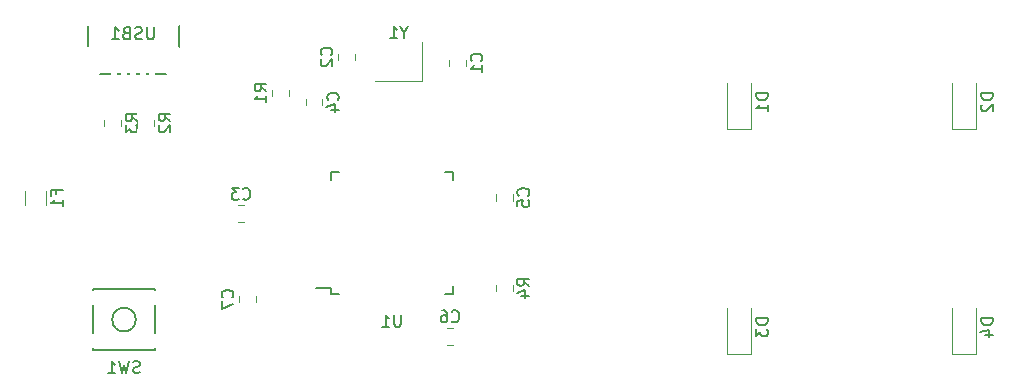
<source format=gbo>
G04 #@! TF.GenerationSoftware,KiCad,Pcbnew,(5.1.4)-1*
G04 #@! TF.CreationDate,2024-07-18T00:41:49-04:00*
G04 #@! TF.ProjectId,ai03-pcb-guide,61693033-2d70-4636-922d-67756964652e,rev?*
G04 #@! TF.SameCoordinates,Original*
G04 #@! TF.FileFunction,Legend,Bot*
G04 #@! TF.FilePolarity,Positive*
%FSLAX46Y46*%
G04 Gerber Fmt 4.6, Leading zero omitted, Abs format (unit mm)*
G04 Created by KiCad (PCBNEW (5.1.4)-1) date 2024-07-18 00:41:49*
%MOMM*%
%LPD*%
G04 APERTURE LIST*
%ADD10C,0.120000*%
%ADD11C,0.150000*%
%ADD12C,2.352000*%
%ADD13C,4.089800*%
%ADD14C,2.007000*%
%ADD15R,2.007000X2.007000*%
%ADD16C,1.852000*%
%ADD17R,1.502000X1.302000*%
%ADD18R,0.602000X2.352000*%
%ADD19O,1.802000X2.802000*%
%ADD20R,0.652000X1.602000*%
%ADD21R,1.602000X0.652000*%
%ADD22R,1.902000X1.202000*%
%ADD23C,0.100000*%
%ADD24C,1.077000*%
%ADD25C,1.352000*%
%ADD26R,1.302000X1.002000*%
G04 APERTURE END LIST*
D10*
X85904000Y-28283000D02*
X85904000Y-31583000D01*
X85904000Y-31583000D02*
X81904000Y-31583000D01*
D11*
X57587500Y-30977000D02*
X65287500Y-30977000D01*
X65287500Y-25527000D02*
X65287500Y-30977000D01*
X57587500Y-25527000D02*
X57587500Y-30977000D01*
X78168750Y-49050000D02*
X76893750Y-49050000D01*
X88518750Y-49625000D02*
X87843750Y-49625000D01*
X88518750Y-39275000D02*
X87843750Y-39275000D01*
X78168750Y-39275000D02*
X78843750Y-39275000D01*
X78168750Y-49625000D02*
X78843750Y-49625000D01*
X78168750Y-39275000D02*
X78168750Y-39950000D01*
X88518750Y-39275000D02*
X88518750Y-39950000D01*
X88518750Y-49625000D02*
X88518750Y-48950000D01*
X78168750Y-49625000D02*
X78168750Y-49050000D01*
X61654000Y-51761000D02*
G75*
G03X61654000Y-51761000I-1000000J0D01*
G01*
X63254000Y-54361000D02*
X63254000Y-49161000D01*
X58054000Y-54361000D02*
X63254000Y-54361000D01*
X58054000Y-49161000D02*
X58054000Y-54361000D01*
X63254000Y-49161000D02*
X58054000Y-49161000D01*
D10*
X92158750Y-49327328D02*
X92158750Y-48810172D01*
X93578750Y-49327328D02*
X93578750Y-48810172D01*
X58980000Y-35389078D02*
X58980000Y-34871922D01*
X60400000Y-35389078D02*
X60400000Y-34871922D01*
X61774000Y-35359078D02*
X61774000Y-34841922D01*
X63194000Y-35359078D02*
X63194000Y-34841922D01*
X73204000Y-32331922D02*
X73204000Y-32849078D01*
X74624000Y-32331922D02*
X74624000Y-32849078D01*
X52271250Y-42064564D02*
X52271250Y-40860436D01*
X54091250Y-42064564D02*
X54091250Y-40860436D01*
X132762500Y-54637500D02*
X132762500Y-50737500D01*
X130762500Y-54637500D02*
X130762500Y-50737500D01*
X132762500Y-54637500D02*
X130762500Y-54637500D01*
X113712500Y-54637500D02*
X113712500Y-50737500D01*
X111712500Y-54637500D02*
X111712500Y-50737500D01*
X113712500Y-54637500D02*
X111712500Y-54637500D01*
X132762500Y-35587500D02*
X132762500Y-31687500D01*
X130762500Y-35587500D02*
X130762500Y-31687500D01*
X132762500Y-35587500D02*
X130762500Y-35587500D01*
X113712500Y-35587500D02*
X113712500Y-31687500D01*
X111712500Y-35587500D02*
X111712500Y-31687500D01*
X113712500Y-35587500D02*
X111712500Y-35587500D01*
X71830000Y-49779422D02*
X71830000Y-50296578D01*
X70410000Y-49779422D02*
X70410000Y-50296578D01*
X88508578Y-53891250D02*
X87991422Y-53891250D01*
X88508578Y-52471250D02*
X87991422Y-52471250D01*
X92158750Y-41677328D02*
X92158750Y-41160172D01*
X93578750Y-41677328D02*
X93578750Y-41160172D01*
X77449750Y-33581078D02*
X77449750Y-33063922D01*
X76029750Y-33581078D02*
X76029750Y-33063922D01*
X70822078Y-43509000D02*
X70304922Y-43509000D01*
X70822078Y-42089000D02*
X70304922Y-42089000D01*
X78792000Y-29253922D02*
X78792000Y-29771078D01*
X80212000Y-29253922D02*
X80212000Y-29771078D01*
X89610000Y-30279078D02*
X89610000Y-29761922D01*
X88190000Y-30279078D02*
X88190000Y-29761922D01*
D11*
X84380190Y-27459190D02*
X84380190Y-27935380D01*
X84713523Y-26935380D02*
X84380190Y-27459190D01*
X84046857Y-26935380D01*
X83189714Y-27935380D02*
X83761142Y-27935380D01*
X83475428Y-27935380D02*
X83475428Y-26935380D01*
X83570666Y-27078238D01*
X83665904Y-27173476D01*
X83761142Y-27221095D01*
X63175595Y-27011380D02*
X63175595Y-27820904D01*
X63127976Y-27916142D01*
X63080357Y-27963761D01*
X62985119Y-28011380D01*
X62794642Y-28011380D01*
X62699404Y-27963761D01*
X62651785Y-27916142D01*
X62604166Y-27820904D01*
X62604166Y-27011380D01*
X62175595Y-27963761D02*
X62032738Y-28011380D01*
X61794642Y-28011380D01*
X61699404Y-27963761D01*
X61651785Y-27916142D01*
X61604166Y-27820904D01*
X61604166Y-27725666D01*
X61651785Y-27630428D01*
X61699404Y-27582809D01*
X61794642Y-27535190D01*
X61985119Y-27487571D01*
X62080357Y-27439952D01*
X62127976Y-27392333D01*
X62175595Y-27297095D01*
X62175595Y-27201857D01*
X62127976Y-27106619D01*
X62080357Y-27059000D01*
X61985119Y-27011380D01*
X61747023Y-27011380D01*
X61604166Y-27059000D01*
X60842261Y-27487571D02*
X60699404Y-27535190D01*
X60651785Y-27582809D01*
X60604166Y-27678047D01*
X60604166Y-27820904D01*
X60651785Y-27916142D01*
X60699404Y-27963761D01*
X60794642Y-28011380D01*
X61175595Y-28011380D01*
X61175595Y-27011380D01*
X60842261Y-27011380D01*
X60747023Y-27059000D01*
X60699404Y-27106619D01*
X60651785Y-27201857D01*
X60651785Y-27297095D01*
X60699404Y-27392333D01*
X60747023Y-27439952D01*
X60842261Y-27487571D01*
X61175595Y-27487571D01*
X59651785Y-28011380D02*
X60223214Y-28011380D01*
X59937500Y-28011380D02*
X59937500Y-27011380D01*
X60032738Y-27154238D01*
X60127976Y-27249476D01*
X60223214Y-27297095D01*
X84105654Y-51352380D02*
X84105654Y-52161904D01*
X84058035Y-52257142D01*
X84010416Y-52304761D01*
X83915178Y-52352380D01*
X83724702Y-52352380D01*
X83629464Y-52304761D01*
X83581845Y-52257142D01*
X83534226Y-52161904D01*
X83534226Y-51352380D01*
X82534226Y-52352380D02*
X83105654Y-52352380D01*
X82819940Y-52352380D02*
X82819940Y-51352380D01*
X82915178Y-51495238D01*
X83010416Y-51590476D01*
X83105654Y-51638095D01*
X61987333Y-56229761D02*
X61844476Y-56277380D01*
X61606380Y-56277380D01*
X61511142Y-56229761D01*
X61463523Y-56182142D01*
X61415904Y-56086904D01*
X61415904Y-55991666D01*
X61463523Y-55896428D01*
X61511142Y-55848809D01*
X61606380Y-55801190D01*
X61796857Y-55753571D01*
X61892095Y-55705952D01*
X61939714Y-55658333D01*
X61987333Y-55563095D01*
X61987333Y-55467857D01*
X61939714Y-55372619D01*
X61892095Y-55325000D01*
X61796857Y-55277380D01*
X61558761Y-55277380D01*
X61415904Y-55325000D01*
X61082571Y-55277380D02*
X60844476Y-56277380D01*
X60654000Y-55563095D01*
X60463523Y-56277380D01*
X60225428Y-55277380D01*
X59320666Y-56277380D02*
X59892095Y-56277380D01*
X59606380Y-56277380D02*
X59606380Y-55277380D01*
X59701619Y-55420238D01*
X59796857Y-55515476D01*
X59892095Y-55563095D01*
X94971130Y-48902083D02*
X94494940Y-48568750D01*
X94971130Y-48330654D02*
X93971130Y-48330654D01*
X93971130Y-48711607D01*
X94018750Y-48806845D01*
X94066369Y-48854464D01*
X94161607Y-48902083D01*
X94304464Y-48902083D01*
X94399702Y-48854464D01*
X94447321Y-48806845D01*
X94494940Y-48711607D01*
X94494940Y-48330654D01*
X94304464Y-49759226D02*
X94971130Y-49759226D01*
X93923511Y-49521130D02*
X94637797Y-49283035D01*
X94637797Y-49902083D01*
X61792380Y-34963833D02*
X61316190Y-34630500D01*
X61792380Y-34392404D02*
X60792380Y-34392404D01*
X60792380Y-34773357D01*
X60840000Y-34868595D01*
X60887619Y-34916214D01*
X60982857Y-34963833D01*
X61125714Y-34963833D01*
X61220952Y-34916214D01*
X61268571Y-34868595D01*
X61316190Y-34773357D01*
X61316190Y-34392404D01*
X60792380Y-35297166D02*
X60792380Y-35916214D01*
X61173333Y-35582880D01*
X61173333Y-35725738D01*
X61220952Y-35820976D01*
X61268571Y-35868595D01*
X61363809Y-35916214D01*
X61601904Y-35916214D01*
X61697142Y-35868595D01*
X61744761Y-35820976D01*
X61792380Y-35725738D01*
X61792380Y-35440023D01*
X61744761Y-35344785D01*
X61697142Y-35297166D01*
X64586380Y-34933833D02*
X64110190Y-34600500D01*
X64586380Y-34362404D02*
X63586380Y-34362404D01*
X63586380Y-34743357D01*
X63634000Y-34838595D01*
X63681619Y-34886214D01*
X63776857Y-34933833D01*
X63919714Y-34933833D01*
X64014952Y-34886214D01*
X64062571Y-34838595D01*
X64110190Y-34743357D01*
X64110190Y-34362404D01*
X63681619Y-35314785D02*
X63634000Y-35362404D01*
X63586380Y-35457642D01*
X63586380Y-35695738D01*
X63634000Y-35790976D01*
X63681619Y-35838595D01*
X63776857Y-35886214D01*
X63872095Y-35886214D01*
X64014952Y-35838595D01*
X64586380Y-35267166D01*
X64586380Y-35886214D01*
X72716380Y-32423833D02*
X72240190Y-32090500D01*
X72716380Y-31852404D02*
X71716380Y-31852404D01*
X71716380Y-32233357D01*
X71764000Y-32328595D01*
X71811619Y-32376214D01*
X71906857Y-32423833D01*
X72049714Y-32423833D01*
X72144952Y-32376214D01*
X72192571Y-32328595D01*
X72240190Y-32233357D01*
X72240190Y-31852404D01*
X72716380Y-33376214D02*
X72716380Y-32804785D01*
X72716380Y-33090500D02*
X71716380Y-33090500D01*
X71859238Y-32995261D01*
X71954476Y-32900023D01*
X72002095Y-32804785D01*
X54929821Y-41129166D02*
X54929821Y-40795833D01*
X55453630Y-40795833D02*
X54453630Y-40795833D01*
X54453630Y-41272023D01*
X55453630Y-42176785D02*
X55453630Y-41605357D01*
X55453630Y-41891071D02*
X54453630Y-41891071D01*
X54596488Y-41795833D01*
X54691726Y-41700595D01*
X54739345Y-41605357D01*
X134214880Y-51649404D02*
X133214880Y-51649404D01*
X133214880Y-51887500D01*
X133262500Y-52030357D01*
X133357738Y-52125595D01*
X133452976Y-52173214D01*
X133643452Y-52220833D01*
X133786309Y-52220833D01*
X133976785Y-52173214D01*
X134072023Y-52125595D01*
X134167261Y-52030357D01*
X134214880Y-51887500D01*
X134214880Y-51649404D01*
X133548214Y-53077976D02*
X134214880Y-53077976D01*
X133167261Y-52839880D02*
X133881547Y-52601785D01*
X133881547Y-53220833D01*
X115164880Y-51649404D02*
X114164880Y-51649404D01*
X114164880Y-51887500D01*
X114212500Y-52030357D01*
X114307738Y-52125595D01*
X114402976Y-52173214D01*
X114593452Y-52220833D01*
X114736309Y-52220833D01*
X114926785Y-52173214D01*
X115022023Y-52125595D01*
X115117261Y-52030357D01*
X115164880Y-51887500D01*
X115164880Y-51649404D01*
X114164880Y-52554166D02*
X114164880Y-53173214D01*
X114545833Y-52839880D01*
X114545833Y-52982738D01*
X114593452Y-53077976D01*
X114641071Y-53125595D01*
X114736309Y-53173214D01*
X114974404Y-53173214D01*
X115069642Y-53125595D01*
X115117261Y-53077976D01*
X115164880Y-52982738D01*
X115164880Y-52697023D01*
X115117261Y-52601785D01*
X115069642Y-52554166D01*
X134214880Y-32599404D02*
X133214880Y-32599404D01*
X133214880Y-32837500D01*
X133262500Y-32980357D01*
X133357738Y-33075595D01*
X133452976Y-33123214D01*
X133643452Y-33170833D01*
X133786309Y-33170833D01*
X133976785Y-33123214D01*
X134072023Y-33075595D01*
X134167261Y-32980357D01*
X134214880Y-32837500D01*
X134214880Y-32599404D01*
X133310119Y-33551785D02*
X133262500Y-33599404D01*
X133214880Y-33694642D01*
X133214880Y-33932738D01*
X133262500Y-34027976D01*
X133310119Y-34075595D01*
X133405357Y-34123214D01*
X133500595Y-34123214D01*
X133643452Y-34075595D01*
X134214880Y-33504166D01*
X134214880Y-34123214D01*
X115164880Y-32599404D02*
X114164880Y-32599404D01*
X114164880Y-32837500D01*
X114212500Y-32980357D01*
X114307738Y-33075595D01*
X114402976Y-33123214D01*
X114593452Y-33170833D01*
X114736309Y-33170833D01*
X114926785Y-33123214D01*
X115022023Y-33075595D01*
X115117261Y-32980357D01*
X115164880Y-32837500D01*
X115164880Y-32599404D01*
X115164880Y-34123214D02*
X115164880Y-33551785D01*
X115164880Y-33837500D02*
X114164880Y-33837500D01*
X114307738Y-33742261D01*
X114402976Y-33647023D01*
X114450595Y-33551785D01*
X69827142Y-49871333D02*
X69874761Y-49823714D01*
X69922380Y-49680857D01*
X69922380Y-49585619D01*
X69874761Y-49442761D01*
X69779523Y-49347523D01*
X69684285Y-49299904D01*
X69493809Y-49252285D01*
X69350952Y-49252285D01*
X69160476Y-49299904D01*
X69065238Y-49347523D01*
X68970000Y-49442761D01*
X68922380Y-49585619D01*
X68922380Y-49680857D01*
X68970000Y-49823714D01*
X69017619Y-49871333D01*
X68922380Y-50204666D02*
X68922380Y-50871333D01*
X69922380Y-50442761D01*
X88416666Y-51888392D02*
X88464285Y-51936011D01*
X88607142Y-51983630D01*
X88702380Y-51983630D01*
X88845238Y-51936011D01*
X88940476Y-51840773D01*
X88988095Y-51745535D01*
X89035714Y-51555059D01*
X89035714Y-51412202D01*
X88988095Y-51221726D01*
X88940476Y-51126488D01*
X88845238Y-51031250D01*
X88702380Y-50983630D01*
X88607142Y-50983630D01*
X88464285Y-51031250D01*
X88416666Y-51078869D01*
X87559523Y-50983630D02*
X87750000Y-50983630D01*
X87845238Y-51031250D01*
X87892857Y-51078869D01*
X87988095Y-51221726D01*
X88035714Y-51412202D01*
X88035714Y-51793154D01*
X87988095Y-51888392D01*
X87940476Y-51936011D01*
X87845238Y-51983630D01*
X87654761Y-51983630D01*
X87559523Y-51936011D01*
X87511904Y-51888392D01*
X87464285Y-51793154D01*
X87464285Y-51555059D01*
X87511904Y-51459821D01*
X87559523Y-51412202D01*
X87654761Y-51364583D01*
X87845238Y-51364583D01*
X87940476Y-51412202D01*
X87988095Y-51459821D01*
X88035714Y-51555059D01*
X94875892Y-41252083D02*
X94923511Y-41204464D01*
X94971130Y-41061607D01*
X94971130Y-40966369D01*
X94923511Y-40823511D01*
X94828273Y-40728273D01*
X94733035Y-40680654D01*
X94542559Y-40633035D01*
X94399702Y-40633035D01*
X94209226Y-40680654D01*
X94113988Y-40728273D01*
X94018750Y-40823511D01*
X93971130Y-40966369D01*
X93971130Y-41061607D01*
X94018750Y-41204464D01*
X94066369Y-41252083D01*
X93971130Y-42156845D02*
X93971130Y-41680654D01*
X94447321Y-41633035D01*
X94399702Y-41680654D01*
X94352083Y-41775892D01*
X94352083Y-42013988D01*
X94399702Y-42109226D01*
X94447321Y-42156845D01*
X94542559Y-42204464D01*
X94780654Y-42204464D01*
X94875892Y-42156845D01*
X94923511Y-42109226D01*
X94971130Y-42013988D01*
X94971130Y-41775892D01*
X94923511Y-41680654D01*
X94875892Y-41633035D01*
X78746892Y-33155833D02*
X78794511Y-33108214D01*
X78842130Y-32965357D01*
X78842130Y-32870119D01*
X78794511Y-32727261D01*
X78699273Y-32632023D01*
X78604035Y-32584404D01*
X78413559Y-32536785D01*
X78270702Y-32536785D01*
X78080226Y-32584404D01*
X77984988Y-32632023D01*
X77889750Y-32727261D01*
X77842130Y-32870119D01*
X77842130Y-32965357D01*
X77889750Y-33108214D01*
X77937369Y-33155833D01*
X78175464Y-34012976D02*
X78842130Y-34012976D01*
X77794511Y-33774880D02*
X78508797Y-33536785D01*
X78508797Y-34155833D01*
X70730166Y-41506142D02*
X70777785Y-41553761D01*
X70920642Y-41601380D01*
X71015880Y-41601380D01*
X71158738Y-41553761D01*
X71253976Y-41458523D01*
X71301595Y-41363285D01*
X71349214Y-41172809D01*
X71349214Y-41029952D01*
X71301595Y-40839476D01*
X71253976Y-40744238D01*
X71158738Y-40649000D01*
X71015880Y-40601380D01*
X70920642Y-40601380D01*
X70777785Y-40649000D01*
X70730166Y-40696619D01*
X70396833Y-40601380D02*
X69777785Y-40601380D01*
X70111119Y-40982333D01*
X69968261Y-40982333D01*
X69873023Y-41029952D01*
X69825404Y-41077571D01*
X69777785Y-41172809D01*
X69777785Y-41410904D01*
X69825404Y-41506142D01*
X69873023Y-41553761D01*
X69968261Y-41601380D01*
X70253976Y-41601380D01*
X70349214Y-41553761D01*
X70396833Y-41506142D01*
X78209142Y-29345833D02*
X78256761Y-29298214D01*
X78304380Y-29155357D01*
X78304380Y-29060119D01*
X78256761Y-28917261D01*
X78161523Y-28822023D01*
X78066285Y-28774404D01*
X77875809Y-28726785D01*
X77732952Y-28726785D01*
X77542476Y-28774404D01*
X77447238Y-28822023D01*
X77352000Y-28917261D01*
X77304380Y-29060119D01*
X77304380Y-29155357D01*
X77352000Y-29298214D01*
X77399619Y-29345833D01*
X77399619Y-29726785D02*
X77352000Y-29774404D01*
X77304380Y-29869642D01*
X77304380Y-30107738D01*
X77352000Y-30202976D01*
X77399619Y-30250595D01*
X77494857Y-30298214D01*
X77590095Y-30298214D01*
X77732952Y-30250595D01*
X78304380Y-29679166D01*
X78304380Y-30298214D01*
X90907142Y-29853833D02*
X90954761Y-29806214D01*
X91002380Y-29663357D01*
X91002380Y-29568119D01*
X90954761Y-29425261D01*
X90859523Y-29330023D01*
X90764285Y-29282404D01*
X90573809Y-29234785D01*
X90430952Y-29234785D01*
X90240476Y-29282404D01*
X90145238Y-29330023D01*
X90050000Y-29425261D01*
X90002380Y-29568119D01*
X90002380Y-29663357D01*
X90050000Y-29806214D01*
X90097619Y-29853833D01*
X91002380Y-30806214D02*
X91002380Y-30234785D01*
X91002380Y-30520500D02*
X90002380Y-30520500D01*
X90145238Y-30425261D01*
X90240476Y-30330023D01*
X90288095Y-30234785D01*
%LPC*%
D12*
X126365000Y-28257500D03*
D13*
X123825000Y-33337500D03*
D12*
X120015000Y-30797500D03*
D14*
X122555000Y-38417500D03*
D15*
X125095000Y-38417500D03*
D16*
X118745000Y-33337500D03*
X128905000Y-33337500D03*
D17*
X85004000Y-30783000D03*
X82804000Y-30783000D03*
X82804000Y-29083000D03*
X85004000Y-29083000D03*
D18*
X63037500Y-30027000D03*
X62237500Y-30027000D03*
X61437500Y-30027000D03*
X60637500Y-30027000D03*
X59837500Y-30027000D03*
D19*
X57787500Y-30027000D03*
X65087500Y-30027000D03*
X65087500Y-25527000D03*
X57787500Y-25527000D03*
D20*
X79343750Y-50150000D03*
X80143750Y-50150000D03*
X80943750Y-50150000D03*
X81743750Y-50150000D03*
X82543750Y-50150000D03*
X83343750Y-50150000D03*
X84143750Y-50150000D03*
X84943750Y-50150000D03*
X85743750Y-50150000D03*
X86543750Y-50150000D03*
X87343750Y-50150000D03*
D21*
X89043750Y-48450000D03*
X89043750Y-47650000D03*
X89043750Y-46850000D03*
X89043750Y-46050000D03*
X89043750Y-45250000D03*
X89043750Y-44450000D03*
X89043750Y-43650000D03*
X89043750Y-42850000D03*
X89043750Y-42050000D03*
X89043750Y-41250000D03*
X89043750Y-40450000D03*
D20*
X87343750Y-38750000D03*
X86543750Y-38750000D03*
X85743750Y-38750000D03*
X84943750Y-38750000D03*
X84143750Y-38750000D03*
X83343750Y-38750000D03*
X82543750Y-38750000D03*
X81743750Y-38750000D03*
X80943750Y-38750000D03*
X80143750Y-38750000D03*
X79343750Y-38750000D03*
D21*
X77643750Y-40450000D03*
X77643750Y-41250000D03*
X77643750Y-42050000D03*
X77643750Y-42850000D03*
X77643750Y-43650000D03*
X77643750Y-44450000D03*
X77643750Y-45250000D03*
X77643750Y-46050000D03*
X77643750Y-46850000D03*
X77643750Y-47650000D03*
X77643750Y-48450000D03*
D22*
X57554000Y-53611000D03*
X63754000Y-49911000D03*
X57554000Y-49911000D03*
X63754000Y-53611000D03*
D23*
G36*
X93376891Y-47594047D02*
G01*
X93403028Y-47597924D01*
X93428659Y-47604344D01*
X93453538Y-47613245D01*
X93477424Y-47624543D01*
X93500087Y-47638127D01*
X93521310Y-47653867D01*
X93540889Y-47671611D01*
X93558633Y-47691190D01*
X93574373Y-47712413D01*
X93587957Y-47735076D01*
X93599255Y-47758962D01*
X93608156Y-47783841D01*
X93614576Y-47809472D01*
X93618453Y-47835609D01*
X93619750Y-47862000D01*
X93619750Y-48400500D01*
X93618453Y-48426891D01*
X93614576Y-48453028D01*
X93608156Y-48478659D01*
X93599255Y-48503538D01*
X93587957Y-48527424D01*
X93574373Y-48550087D01*
X93558633Y-48571310D01*
X93540889Y-48590889D01*
X93521310Y-48608633D01*
X93500087Y-48624373D01*
X93477424Y-48637957D01*
X93453538Y-48649255D01*
X93428659Y-48658156D01*
X93403028Y-48664576D01*
X93376891Y-48668453D01*
X93350500Y-48669750D01*
X92387000Y-48669750D01*
X92360609Y-48668453D01*
X92334472Y-48664576D01*
X92308841Y-48658156D01*
X92283962Y-48649255D01*
X92260076Y-48637957D01*
X92237413Y-48624373D01*
X92216190Y-48608633D01*
X92196611Y-48590889D01*
X92178867Y-48571310D01*
X92163127Y-48550087D01*
X92149543Y-48527424D01*
X92138245Y-48503538D01*
X92129344Y-48478659D01*
X92122924Y-48453028D01*
X92119047Y-48426891D01*
X92117750Y-48400500D01*
X92117750Y-47862000D01*
X92119047Y-47835609D01*
X92122924Y-47809472D01*
X92129344Y-47783841D01*
X92138245Y-47758962D01*
X92149543Y-47735076D01*
X92163127Y-47712413D01*
X92178867Y-47691190D01*
X92196611Y-47671611D01*
X92216190Y-47653867D01*
X92237413Y-47638127D01*
X92260076Y-47624543D01*
X92283962Y-47613245D01*
X92308841Y-47604344D01*
X92334472Y-47597924D01*
X92360609Y-47594047D01*
X92387000Y-47592750D01*
X93350500Y-47592750D01*
X93376891Y-47594047D01*
X93376891Y-47594047D01*
G37*
D24*
X92868750Y-48131250D03*
D23*
G36*
X93376891Y-49469047D02*
G01*
X93403028Y-49472924D01*
X93428659Y-49479344D01*
X93453538Y-49488245D01*
X93477424Y-49499543D01*
X93500087Y-49513127D01*
X93521310Y-49528867D01*
X93540889Y-49546611D01*
X93558633Y-49566190D01*
X93574373Y-49587413D01*
X93587957Y-49610076D01*
X93599255Y-49633962D01*
X93608156Y-49658841D01*
X93614576Y-49684472D01*
X93618453Y-49710609D01*
X93619750Y-49737000D01*
X93619750Y-50275500D01*
X93618453Y-50301891D01*
X93614576Y-50328028D01*
X93608156Y-50353659D01*
X93599255Y-50378538D01*
X93587957Y-50402424D01*
X93574373Y-50425087D01*
X93558633Y-50446310D01*
X93540889Y-50465889D01*
X93521310Y-50483633D01*
X93500087Y-50499373D01*
X93477424Y-50512957D01*
X93453538Y-50524255D01*
X93428659Y-50533156D01*
X93403028Y-50539576D01*
X93376891Y-50543453D01*
X93350500Y-50544750D01*
X92387000Y-50544750D01*
X92360609Y-50543453D01*
X92334472Y-50539576D01*
X92308841Y-50533156D01*
X92283962Y-50524255D01*
X92260076Y-50512957D01*
X92237413Y-50499373D01*
X92216190Y-50483633D01*
X92196611Y-50465889D01*
X92178867Y-50446310D01*
X92163127Y-50425087D01*
X92149543Y-50402424D01*
X92138245Y-50378538D01*
X92129344Y-50353659D01*
X92122924Y-50328028D01*
X92119047Y-50301891D01*
X92117750Y-50275500D01*
X92117750Y-49737000D01*
X92119047Y-49710609D01*
X92122924Y-49684472D01*
X92129344Y-49658841D01*
X92138245Y-49633962D01*
X92149543Y-49610076D01*
X92163127Y-49587413D01*
X92178867Y-49566190D01*
X92196611Y-49546611D01*
X92216190Y-49528867D01*
X92237413Y-49513127D01*
X92260076Y-49499543D01*
X92283962Y-49488245D01*
X92308841Y-49479344D01*
X92334472Y-49472924D01*
X92360609Y-49469047D01*
X92387000Y-49467750D01*
X93350500Y-49467750D01*
X93376891Y-49469047D01*
X93376891Y-49469047D01*
G37*
D24*
X92868750Y-50006250D03*
D23*
G36*
X60198141Y-33655797D02*
G01*
X60224278Y-33659674D01*
X60249909Y-33666094D01*
X60274788Y-33674995D01*
X60298674Y-33686293D01*
X60321337Y-33699877D01*
X60342560Y-33715617D01*
X60362139Y-33733361D01*
X60379883Y-33752940D01*
X60395623Y-33774163D01*
X60409207Y-33796826D01*
X60420505Y-33820712D01*
X60429406Y-33845591D01*
X60435826Y-33871222D01*
X60439703Y-33897359D01*
X60441000Y-33923750D01*
X60441000Y-34462250D01*
X60439703Y-34488641D01*
X60435826Y-34514778D01*
X60429406Y-34540409D01*
X60420505Y-34565288D01*
X60409207Y-34589174D01*
X60395623Y-34611837D01*
X60379883Y-34633060D01*
X60362139Y-34652639D01*
X60342560Y-34670383D01*
X60321337Y-34686123D01*
X60298674Y-34699707D01*
X60274788Y-34711005D01*
X60249909Y-34719906D01*
X60224278Y-34726326D01*
X60198141Y-34730203D01*
X60171750Y-34731500D01*
X59208250Y-34731500D01*
X59181859Y-34730203D01*
X59155722Y-34726326D01*
X59130091Y-34719906D01*
X59105212Y-34711005D01*
X59081326Y-34699707D01*
X59058663Y-34686123D01*
X59037440Y-34670383D01*
X59017861Y-34652639D01*
X59000117Y-34633060D01*
X58984377Y-34611837D01*
X58970793Y-34589174D01*
X58959495Y-34565288D01*
X58950594Y-34540409D01*
X58944174Y-34514778D01*
X58940297Y-34488641D01*
X58939000Y-34462250D01*
X58939000Y-33923750D01*
X58940297Y-33897359D01*
X58944174Y-33871222D01*
X58950594Y-33845591D01*
X58959495Y-33820712D01*
X58970793Y-33796826D01*
X58984377Y-33774163D01*
X59000117Y-33752940D01*
X59017861Y-33733361D01*
X59037440Y-33715617D01*
X59058663Y-33699877D01*
X59081326Y-33686293D01*
X59105212Y-33674995D01*
X59130091Y-33666094D01*
X59155722Y-33659674D01*
X59181859Y-33655797D01*
X59208250Y-33654500D01*
X60171750Y-33654500D01*
X60198141Y-33655797D01*
X60198141Y-33655797D01*
G37*
D24*
X59690000Y-34193000D03*
D23*
G36*
X60198141Y-35530797D02*
G01*
X60224278Y-35534674D01*
X60249909Y-35541094D01*
X60274788Y-35549995D01*
X60298674Y-35561293D01*
X60321337Y-35574877D01*
X60342560Y-35590617D01*
X60362139Y-35608361D01*
X60379883Y-35627940D01*
X60395623Y-35649163D01*
X60409207Y-35671826D01*
X60420505Y-35695712D01*
X60429406Y-35720591D01*
X60435826Y-35746222D01*
X60439703Y-35772359D01*
X60441000Y-35798750D01*
X60441000Y-36337250D01*
X60439703Y-36363641D01*
X60435826Y-36389778D01*
X60429406Y-36415409D01*
X60420505Y-36440288D01*
X60409207Y-36464174D01*
X60395623Y-36486837D01*
X60379883Y-36508060D01*
X60362139Y-36527639D01*
X60342560Y-36545383D01*
X60321337Y-36561123D01*
X60298674Y-36574707D01*
X60274788Y-36586005D01*
X60249909Y-36594906D01*
X60224278Y-36601326D01*
X60198141Y-36605203D01*
X60171750Y-36606500D01*
X59208250Y-36606500D01*
X59181859Y-36605203D01*
X59155722Y-36601326D01*
X59130091Y-36594906D01*
X59105212Y-36586005D01*
X59081326Y-36574707D01*
X59058663Y-36561123D01*
X59037440Y-36545383D01*
X59017861Y-36527639D01*
X59000117Y-36508060D01*
X58984377Y-36486837D01*
X58970793Y-36464174D01*
X58959495Y-36440288D01*
X58950594Y-36415409D01*
X58944174Y-36389778D01*
X58940297Y-36363641D01*
X58939000Y-36337250D01*
X58939000Y-35798750D01*
X58940297Y-35772359D01*
X58944174Y-35746222D01*
X58950594Y-35720591D01*
X58959495Y-35695712D01*
X58970793Y-35671826D01*
X58984377Y-35649163D01*
X59000117Y-35627940D01*
X59017861Y-35608361D01*
X59037440Y-35590617D01*
X59058663Y-35574877D01*
X59081326Y-35561293D01*
X59105212Y-35549995D01*
X59130091Y-35541094D01*
X59155722Y-35534674D01*
X59181859Y-35530797D01*
X59208250Y-35529500D01*
X60171750Y-35529500D01*
X60198141Y-35530797D01*
X60198141Y-35530797D01*
G37*
D24*
X59690000Y-36068000D03*
D23*
G36*
X62992141Y-33625797D02*
G01*
X63018278Y-33629674D01*
X63043909Y-33636094D01*
X63068788Y-33644995D01*
X63092674Y-33656293D01*
X63115337Y-33669877D01*
X63136560Y-33685617D01*
X63156139Y-33703361D01*
X63173883Y-33722940D01*
X63189623Y-33744163D01*
X63203207Y-33766826D01*
X63214505Y-33790712D01*
X63223406Y-33815591D01*
X63229826Y-33841222D01*
X63233703Y-33867359D01*
X63235000Y-33893750D01*
X63235000Y-34432250D01*
X63233703Y-34458641D01*
X63229826Y-34484778D01*
X63223406Y-34510409D01*
X63214505Y-34535288D01*
X63203207Y-34559174D01*
X63189623Y-34581837D01*
X63173883Y-34603060D01*
X63156139Y-34622639D01*
X63136560Y-34640383D01*
X63115337Y-34656123D01*
X63092674Y-34669707D01*
X63068788Y-34681005D01*
X63043909Y-34689906D01*
X63018278Y-34696326D01*
X62992141Y-34700203D01*
X62965750Y-34701500D01*
X62002250Y-34701500D01*
X61975859Y-34700203D01*
X61949722Y-34696326D01*
X61924091Y-34689906D01*
X61899212Y-34681005D01*
X61875326Y-34669707D01*
X61852663Y-34656123D01*
X61831440Y-34640383D01*
X61811861Y-34622639D01*
X61794117Y-34603060D01*
X61778377Y-34581837D01*
X61764793Y-34559174D01*
X61753495Y-34535288D01*
X61744594Y-34510409D01*
X61738174Y-34484778D01*
X61734297Y-34458641D01*
X61733000Y-34432250D01*
X61733000Y-33893750D01*
X61734297Y-33867359D01*
X61738174Y-33841222D01*
X61744594Y-33815591D01*
X61753495Y-33790712D01*
X61764793Y-33766826D01*
X61778377Y-33744163D01*
X61794117Y-33722940D01*
X61811861Y-33703361D01*
X61831440Y-33685617D01*
X61852663Y-33669877D01*
X61875326Y-33656293D01*
X61899212Y-33644995D01*
X61924091Y-33636094D01*
X61949722Y-33629674D01*
X61975859Y-33625797D01*
X62002250Y-33624500D01*
X62965750Y-33624500D01*
X62992141Y-33625797D01*
X62992141Y-33625797D01*
G37*
D24*
X62484000Y-34163000D03*
D23*
G36*
X62992141Y-35500797D02*
G01*
X63018278Y-35504674D01*
X63043909Y-35511094D01*
X63068788Y-35519995D01*
X63092674Y-35531293D01*
X63115337Y-35544877D01*
X63136560Y-35560617D01*
X63156139Y-35578361D01*
X63173883Y-35597940D01*
X63189623Y-35619163D01*
X63203207Y-35641826D01*
X63214505Y-35665712D01*
X63223406Y-35690591D01*
X63229826Y-35716222D01*
X63233703Y-35742359D01*
X63235000Y-35768750D01*
X63235000Y-36307250D01*
X63233703Y-36333641D01*
X63229826Y-36359778D01*
X63223406Y-36385409D01*
X63214505Y-36410288D01*
X63203207Y-36434174D01*
X63189623Y-36456837D01*
X63173883Y-36478060D01*
X63156139Y-36497639D01*
X63136560Y-36515383D01*
X63115337Y-36531123D01*
X63092674Y-36544707D01*
X63068788Y-36556005D01*
X63043909Y-36564906D01*
X63018278Y-36571326D01*
X62992141Y-36575203D01*
X62965750Y-36576500D01*
X62002250Y-36576500D01*
X61975859Y-36575203D01*
X61949722Y-36571326D01*
X61924091Y-36564906D01*
X61899212Y-36556005D01*
X61875326Y-36544707D01*
X61852663Y-36531123D01*
X61831440Y-36515383D01*
X61811861Y-36497639D01*
X61794117Y-36478060D01*
X61778377Y-36456837D01*
X61764793Y-36434174D01*
X61753495Y-36410288D01*
X61744594Y-36385409D01*
X61738174Y-36359778D01*
X61734297Y-36333641D01*
X61733000Y-36307250D01*
X61733000Y-35768750D01*
X61734297Y-35742359D01*
X61738174Y-35716222D01*
X61744594Y-35690591D01*
X61753495Y-35665712D01*
X61764793Y-35641826D01*
X61778377Y-35619163D01*
X61794117Y-35597940D01*
X61811861Y-35578361D01*
X61831440Y-35560617D01*
X61852663Y-35544877D01*
X61875326Y-35531293D01*
X61899212Y-35519995D01*
X61924091Y-35511094D01*
X61949722Y-35504674D01*
X61975859Y-35500797D01*
X62002250Y-35499500D01*
X62965750Y-35499500D01*
X62992141Y-35500797D01*
X62992141Y-35500797D01*
G37*
D24*
X62484000Y-36038000D03*
D23*
G36*
X74422141Y-31115797D02*
G01*
X74448278Y-31119674D01*
X74473909Y-31126094D01*
X74498788Y-31134995D01*
X74522674Y-31146293D01*
X74545337Y-31159877D01*
X74566560Y-31175617D01*
X74586139Y-31193361D01*
X74603883Y-31212940D01*
X74619623Y-31234163D01*
X74633207Y-31256826D01*
X74644505Y-31280712D01*
X74653406Y-31305591D01*
X74659826Y-31331222D01*
X74663703Y-31357359D01*
X74665000Y-31383750D01*
X74665000Y-31922250D01*
X74663703Y-31948641D01*
X74659826Y-31974778D01*
X74653406Y-32000409D01*
X74644505Y-32025288D01*
X74633207Y-32049174D01*
X74619623Y-32071837D01*
X74603883Y-32093060D01*
X74586139Y-32112639D01*
X74566560Y-32130383D01*
X74545337Y-32146123D01*
X74522674Y-32159707D01*
X74498788Y-32171005D01*
X74473909Y-32179906D01*
X74448278Y-32186326D01*
X74422141Y-32190203D01*
X74395750Y-32191500D01*
X73432250Y-32191500D01*
X73405859Y-32190203D01*
X73379722Y-32186326D01*
X73354091Y-32179906D01*
X73329212Y-32171005D01*
X73305326Y-32159707D01*
X73282663Y-32146123D01*
X73261440Y-32130383D01*
X73241861Y-32112639D01*
X73224117Y-32093060D01*
X73208377Y-32071837D01*
X73194793Y-32049174D01*
X73183495Y-32025288D01*
X73174594Y-32000409D01*
X73168174Y-31974778D01*
X73164297Y-31948641D01*
X73163000Y-31922250D01*
X73163000Y-31383750D01*
X73164297Y-31357359D01*
X73168174Y-31331222D01*
X73174594Y-31305591D01*
X73183495Y-31280712D01*
X73194793Y-31256826D01*
X73208377Y-31234163D01*
X73224117Y-31212940D01*
X73241861Y-31193361D01*
X73261440Y-31175617D01*
X73282663Y-31159877D01*
X73305326Y-31146293D01*
X73329212Y-31134995D01*
X73354091Y-31126094D01*
X73379722Y-31119674D01*
X73405859Y-31115797D01*
X73432250Y-31114500D01*
X74395750Y-31114500D01*
X74422141Y-31115797D01*
X74422141Y-31115797D01*
G37*
D24*
X73914000Y-31653000D03*
D23*
G36*
X74422141Y-32990797D02*
G01*
X74448278Y-32994674D01*
X74473909Y-33001094D01*
X74498788Y-33009995D01*
X74522674Y-33021293D01*
X74545337Y-33034877D01*
X74566560Y-33050617D01*
X74586139Y-33068361D01*
X74603883Y-33087940D01*
X74619623Y-33109163D01*
X74633207Y-33131826D01*
X74644505Y-33155712D01*
X74653406Y-33180591D01*
X74659826Y-33206222D01*
X74663703Y-33232359D01*
X74665000Y-33258750D01*
X74665000Y-33797250D01*
X74663703Y-33823641D01*
X74659826Y-33849778D01*
X74653406Y-33875409D01*
X74644505Y-33900288D01*
X74633207Y-33924174D01*
X74619623Y-33946837D01*
X74603883Y-33968060D01*
X74586139Y-33987639D01*
X74566560Y-34005383D01*
X74545337Y-34021123D01*
X74522674Y-34034707D01*
X74498788Y-34046005D01*
X74473909Y-34054906D01*
X74448278Y-34061326D01*
X74422141Y-34065203D01*
X74395750Y-34066500D01*
X73432250Y-34066500D01*
X73405859Y-34065203D01*
X73379722Y-34061326D01*
X73354091Y-34054906D01*
X73329212Y-34046005D01*
X73305326Y-34034707D01*
X73282663Y-34021123D01*
X73261440Y-34005383D01*
X73241861Y-33987639D01*
X73224117Y-33968060D01*
X73208377Y-33946837D01*
X73194793Y-33924174D01*
X73183495Y-33900288D01*
X73174594Y-33875409D01*
X73168174Y-33849778D01*
X73164297Y-33823641D01*
X73163000Y-33797250D01*
X73163000Y-33258750D01*
X73164297Y-33232359D01*
X73168174Y-33206222D01*
X73174594Y-33180591D01*
X73183495Y-33155712D01*
X73194793Y-33131826D01*
X73208377Y-33109163D01*
X73224117Y-33087940D01*
X73241861Y-33068361D01*
X73261440Y-33050617D01*
X73282663Y-33034877D01*
X73305326Y-33021293D01*
X73329212Y-33009995D01*
X73354091Y-33001094D01*
X73379722Y-32994674D01*
X73405859Y-32990797D01*
X73432250Y-32989500D01*
X74395750Y-32989500D01*
X74422141Y-32990797D01*
X74422141Y-32990797D01*
G37*
D24*
X73914000Y-33528000D03*
D12*
X126365000Y-47307500D03*
D13*
X123825000Y-52387500D03*
D12*
X120015000Y-49847500D03*
D14*
X122555000Y-57467500D03*
D15*
X125095000Y-57467500D03*
D16*
X118745000Y-52387500D03*
X128905000Y-52387500D03*
D12*
X107315000Y-47307500D03*
D13*
X104775000Y-52387500D03*
D12*
X100965000Y-49847500D03*
D14*
X103505000Y-57467500D03*
D15*
X106045000Y-57467500D03*
D16*
X99695000Y-52387500D03*
X109855000Y-52387500D03*
D12*
X107315000Y-28257500D03*
D13*
X104775000Y-33337500D03*
D12*
X100965000Y-30797500D03*
D14*
X103505000Y-38417500D03*
D15*
X106045000Y-38417500D03*
D16*
X99695000Y-33337500D03*
X109855000Y-33337500D03*
D23*
G36*
X53863354Y-39387802D02*
G01*
X53889602Y-39391696D01*
X53915343Y-39398143D01*
X53940328Y-39407083D01*
X53964316Y-39418428D01*
X53987076Y-39432071D01*
X54008390Y-39447878D01*
X54028052Y-39465698D01*
X54045872Y-39485360D01*
X54061679Y-39506674D01*
X54075322Y-39529434D01*
X54086667Y-39553422D01*
X54095607Y-39578407D01*
X54102054Y-39604148D01*
X54105948Y-39630396D01*
X54107250Y-39656900D01*
X54107250Y-40468100D01*
X54105948Y-40494604D01*
X54102054Y-40520852D01*
X54095607Y-40546593D01*
X54086667Y-40571578D01*
X54075322Y-40595566D01*
X54061679Y-40618326D01*
X54045872Y-40639640D01*
X54028052Y-40659302D01*
X54008390Y-40677122D01*
X53987076Y-40692929D01*
X53964316Y-40706572D01*
X53940328Y-40717917D01*
X53915343Y-40726857D01*
X53889602Y-40733304D01*
X53863354Y-40737198D01*
X53836850Y-40738500D01*
X52525650Y-40738500D01*
X52499146Y-40737198D01*
X52472898Y-40733304D01*
X52447157Y-40726857D01*
X52422172Y-40717917D01*
X52398184Y-40706572D01*
X52375424Y-40692929D01*
X52354110Y-40677122D01*
X52334448Y-40659302D01*
X52316628Y-40639640D01*
X52300821Y-40618326D01*
X52287178Y-40595566D01*
X52275833Y-40571578D01*
X52266893Y-40546593D01*
X52260446Y-40520852D01*
X52256552Y-40494604D01*
X52255250Y-40468100D01*
X52255250Y-39656900D01*
X52256552Y-39630396D01*
X52260446Y-39604148D01*
X52266893Y-39578407D01*
X52275833Y-39553422D01*
X52287178Y-39529434D01*
X52300821Y-39506674D01*
X52316628Y-39485360D01*
X52334448Y-39465698D01*
X52354110Y-39447878D01*
X52375424Y-39432071D01*
X52398184Y-39418428D01*
X52422172Y-39407083D01*
X52447157Y-39398143D01*
X52472898Y-39391696D01*
X52499146Y-39387802D01*
X52525650Y-39386500D01*
X53836850Y-39386500D01*
X53863354Y-39387802D01*
X53863354Y-39387802D01*
G37*
D25*
X53181250Y-40062500D03*
D23*
G36*
X53863354Y-42187802D02*
G01*
X53889602Y-42191696D01*
X53915343Y-42198143D01*
X53940328Y-42207083D01*
X53964316Y-42218428D01*
X53987076Y-42232071D01*
X54008390Y-42247878D01*
X54028052Y-42265698D01*
X54045872Y-42285360D01*
X54061679Y-42306674D01*
X54075322Y-42329434D01*
X54086667Y-42353422D01*
X54095607Y-42378407D01*
X54102054Y-42404148D01*
X54105948Y-42430396D01*
X54107250Y-42456900D01*
X54107250Y-43268100D01*
X54105948Y-43294604D01*
X54102054Y-43320852D01*
X54095607Y-43346593D01*
X54086667Y-43371578D01*
X54075322Y-43395566D01*
X54061679Y-43418326D01*
X54045872Y-43439640D01*
X54028052Y-43459302D01*
X54008390Y-43477122D01*
X53987076Y-43492929D01*
X53964316Y-43506572D01*
X53940328Y-43517917D01*
X53915343Y-43526857D01*
X53889602Y-43533304D01*
X53863354Y-43537198D01*
X53836850Y-43538500D01*
X52525650Y-43538500D01*
X52499146Y-43537198D01*
X52472898Y-43533304D01*
X52447157Y-43526857D01*
X52422172Y-43517917D01*
X52398184Y-43506572D01*
X52375424Y-43492929D01*
X52354110Y-43477122D01*
X52334448Y-43459302D01*
X52316628Y-43439640D01*
X52300821Y-43418326D01*
X52287178Y-43395566D01*
X52275833Y-43371578D01*
X52266893Y-43346593D01*
X52260446Y-43320852D01*
X52256552Y-43294604D01*
X52255250Y-43268100D01*
X52255250Y-42456900D01*
X52256552Y-42430396D01*
X52260446Y-42404148D01*
X52266893Y-42378407D01*
X52275833Y-42353422D01*
X52287178Y-42329434D01*
X52300821Y-42306674D01*
X52316628Y-42285360D01*
X52334448Y-42265698D01*
X52354110Y-42247878D01*
X52375424Y-42232071D01*
X52398184Y-42218428D01*
X52422172Y-42207083D01*
X52447157Y-42198143D01*
X52472898Y-42191696D01*
X52499146Y-42187802D01*
X52525650Y-42186500D01*
X53836850Y-42186500D01*
X53863354Y-42187802D01*
X53863354Y-42187802D01*
G37*
D25*
X53181250Y-42862500D03*
D26*
X131762500Y-50737500D03*
X131762500Y-54037500D03*
X112712500Y-50737500D03*
X112712500Y-54037500D03*
X131762500Y-31687500D03*
X131762500Y-34987500D03*
X112712500Y-31687500D03*
X112712500Y-34987500D03*
D23*
G36*
X71628141Y-50438297D02*
G01*
X71654278Y-50442174D01*
X71679909Y-50448594D01*
X71704788Y-50457495D01*
X71728674Y-50468793D01*
X71751337Y-50482377D01*
X71772560Y-50498117D01*
X71792139Y-50515861D01*
X71809883Y-50535440D01*
X71825623Y-50556663D01*
X71839207Y-50579326D01*
X71850505Y-50603212D01*
X71859406Y-50628091D01*
X71865826Y-50653722D01*
X71869703Y-50679859D01*
X71871000Y-50706250D01*
X71871000Y-51244750D01*
X71869703Y-51271141D01*
X71865826Y-51297278D01*
X71859406Y-51322909D01*
X71850505Y-51347788D01*
X71839207Y-51371674D01*
X71825623Y-51394337D01*
X71809883Y-51415560D01*
X71792139Y-51435139D01*
X71772560Y-51452883D01*
X71751337Y-51468623D01*
X71728674Y-51482207D01*
X71704788Y-51493505D01*
X71679909Y-51502406D01*
X71654278Y-51508826D01*
X71628141Y-51512703D01*
X71601750Y-51514000D01*
X70638250Y-51514000D01*
X70611859Y-51512703D01*
X70585722Y-51508826D01*
X70560091Y-51502406D01*
X70535212Y-51493505D01*
X70511326Y-51482207D01*
X70488663Y-51468623D01*
X70467440Y-51452883D01*
X70447861Y-51435139D01*
X70430117Y-51415560D01*
X70414377Y-51394337D01*
X70400793Y-51371674D01*
X70389495Y-51347788D01*
X70380594Y-51322909D01*
X70374174Y-51297278D01*
X70370297Y-51271141D01*
X70369000Y-51244750D01*
X70369000Y-50706250D01*
X70370297Y-50679859D01*
X70374174Y-50653722D01*
X70380594Y-50628091D01*
X70389495Y-50603212D01*
X70400793Y-50579326D01*
X70414377Y-50556663D01*
X70430117Y-50535440D01*
X70447861Y-50515861D01*
X70467440Y-50498117D01*
X70488663Y-50482377D01*
X70511326Y-50468793D01*
X70535212Y-50457495D01*
X70560091Y-50448594D01*
X70585722Y-50442174D01*
X70611859Y-50438297D01*
X70638250Y-50437000D01*
X71601750Y-50437000D01*
X71628141Y-50438297D01*
X71628141Y-50438297D01*
G37*
D24*
X71120000Y-50975500D03*
D23*
G36*
X71628141Y-48563297D02*
G01*
X71654278Y-48567174D01*
X71679909Y-48573594D01*
X71704788Y-48582495D01*
X71728674Y-48593793D01*
X71751337Y-48607377D01*
X71772560Y-48623117D01*
X71792139Y-48640861D01*
X71809883Y-48660440D01*
X71825623Y-48681663D01*
X71839207Y-48704326D01*
X71850505Y-48728212D01*
X71859406Y-48753091D01*
X71865826Y-48778722D01*
X71869703Y-48804859D01*
X71871000Y-48831250D01*
X71871000Y-49369750D01*
X71869703Y-49396141D01*
X71865826Y-49422278D01*
X71859406Y-49447909D01*
X71850505Y-49472788D01*
X71839207Y-49496674D01*
X71825623Y-49519337D01*
X71809883Y-49540560D01*
X71792139Y-49560139D01*
X71772560Y-49577883D01*
X71751337Y-49593623D01*
X71728674Y-49607207D01*
X71704788Y-49618505D01*
X71679909Y-49627406D01*
X71654278Y-49633826D01*
X71628141Y-49637703D01*
X71601750Y-49639000D01*
X70638250Y-49639000D01*
X70611859Y-49637703D01*
X70585722Y-49633826D01*
X70560091Y-49627406D01*
X70535212Y-49618505D01*
X70511326Y-49607207D01*
X70488663Y-49593623D01*
X70467440Y-49577883D01*
X70447861Y-49560139D01*
X70430117Y-49540560D01*
X70414377Y-49519337D01*
X70400793Y-49496674D01*
X70389495Y-49472788D01*
X70380594Y-49447909D01*
X70374174Y-49422278D01*
X70370297Y-49396141D01*
X70369000Y-49369750D01*
X70369000Y-48831250D01*
X70370297Y-48804859D01*
X70374174Y-48778722D01*
X70380594Y-48753091D01*
X70389495Y-48728212D01*
X70400793Y-48704326D01*
X70414377Y-48681663D01*
X70430117Y-48660440D01*
X70447861Y-48640861D01*
X70467440Y-48623117D01*
X70488663Y-48607377D01*
X70511326Y-48593793D01*
X70535212Y-48582495D01*
X70560091Y-48573594D01*
X70585722Y-48567174D01*
X70611859Y-48563297D01*
X70638250Y-48562000D01*
X71601750Y-48562000D01*
X71628141Y-48563297D01*
X71628141Y-48563297D01*
G37*
D24*
X71120000Y-49100500D03*
D23*
G36*
X87608141Y-52431547D02*
G01*
X87634278Y-52435424D01*
X87659909Y-52441844D01*
X87684788Y-52450745D01*
X87708674Y-52462043D01*
X87731337Y-52475627D01*
X87752560Y-52491367D01*
X87772139Y-52509111D01*
X87789883Y-52528690D01*
X87805623Y-52549913D01*
X87819207Y-52572576D01*
X87830505Y-52596462D01*
X87839406Y-52621341D01*
X87845826Y-52646972D01*
X87849703Y-52673109D01*
X87851000Y-52699500D01*
X87851000Y-53663000D01*
X87849703Y-53689391D01*
X87845826Y-53715528D01*
X87839406Y-53741159D01*
X87830505Y-53766038D01*
X87819207Y-53789924D01*
X87805623Y-53812587D01*
X87789883Y-53833810D01*
X87772139Y-53853389D01*
X87752560Y-53871133D01*
X87731337Y-53886873D01*
X87708674Y-53900457D01*
X87684788Y-53911755D01*
X87659909Y-53920656D01*
X87634278Y-53927076D01*
X87608141Y-53930953D01*
X87581750Y-53932250D01*
X87043250Y-53932250D01*
X87016859Y-53930953D01*
X86990722Y-53927076D01*
X86965091Y-53920656D01*
X86940212Y-53911755D01*
X86916326Y-53900457D01*
X86893663Y-53886873D01*
X86872440Y-53871133D01*
X86852861Y-53853389D01*
X86835117Y-53833810D01*
X86819377Y-53812587D01*
X86805793Y-53789924D01*
X86794495Y-53766038D01*
X86785594Y-53741159D01*
X86779174Y-53715528D01*
X86775297Y-53689391D01*
X86774000Y-53663000D01*
X86774000Y-52699500D01*
X86775297Y-52673109D01*
X86779174Y-52646972D01*
X86785594Y-52621341D01*
X86794495Y-52596462D01*
X86805793Y-52572576D01*
X86819377Y-52549913D01*
X86835117Y-52528690D01*
X86852861Y-52509111D01*
X86872440Y-52491367D01*
X86893663Y-52475627D01*
X86916326Y-52462043D01*
X86940212Y-52450745D01*
X86965091Y-52441844D01*
X86990722Y-52435424D01*
X87016859Y-52431547D01*
X87043250Y-52430250D01*
X87581750Y-52430250D01*
X87608141Y-52431547D01*
X87608141Y-52431547D01*
G37*
D24*
X87312500Y-53181250D03*
D23*
G36*
X89483141Y-52431547D02*
G01*
X89509278Y-52435424D01*
X89534909Y-52441844D01*
X89559788Y-52450745D01*
X89583674Y-52462043D01*
X89606337Y-52475627D01*
X89627560Y-52491367D01*
X89647139Y-52509111D01*
X89664883Y-52528690D01*
X89680623Y-52549913D01*
X89694207Y-52572576D01*
X89705505Y-52596462D01*
X89714406Y-52621341D01*
X89720826Y-52646972D01*
X89724703Y-52673109D01*
X89726000Y-52699500D01*
X89726000Y-53663000D01*
X89724703Y-53689391D01*
X89720826Y-53715528D01*
X89714406Y-53741159D01*
X89705505Y-53766038D01*
X89694207Y-53789924D01*
X89680623Y-53812587D01*
X89664883Y-53833810D01*
X89647139Y-53853389D01*
X89627560Y-53871133D01*
X89606337Y-53886873D01*
X89583674Y-53900457D01*
X89559788Y-53911755D01*
X89534909Y-53920656D01*
X89509278Y-53927076D01*
X89483141Y-53930953D01*
X89456750Y-53932250D01*
X88918250Y-53932250D01*
X88891859Y-53930953D01*
X88865722Y-53927076D01*
X88840091Y-53920656D01*
X88815212Y-53911755D01*
X88791326Y-53900457D01*
X88768663Y-53886873D01*
X88747440Y-53871133D01*
X88727861Y-53853389D01*
X88710117Y-53833810D01*
X88694377Y-53812587D01*
X88680793Y-53789924D01*
X88669495Y-53766038D01*
X88660594Y-53741159D01*
X88654174Y-53715528D01*
X88650297Y-53689391D01*
X88649000Y-53663000D01*
X88649000Y-52699500D01*
X88650297Y-52673109D01*
X88654174Y-52646972D01*
X88660594Y-52621341D01*
X88669495Y-52596462D01*
X88680793Y-52572576D01*
X88694377Y-52549913D01*
X88710117Y-52528690D01*
X88727861Y-52509111D01*
X88747440Y-52491367D01*
X88768663Y-52475627D01*
X88791326Y-52462043D01*
X88815212Y-52450745D01*
X88840091Y-52441844D01*
X88865722Y-52435424D01*
X88891859Y-52431547D01*
X88918250Y-52430250D01*
X89456750Y-52430250D01*
X89483141Y-52431547D01*
X89483141Y-52431547D01*
G37*
D24*
X89187500Y-53181250D03*
D23*
G36*
X93376891Y-39944047D02*
G01*
X93403028Y-39947924D01*
X93428659Y-39954344D01*
X93453538Y-39963245D01*
X93477424Y-39974543D01*
X93500087Y-39988127D01*
X93521310Y-40003867D01*
X93540889Y-40021611D01*
X93558633Y-40041190D01*
X93574373Y-40062413D01*
X93587957Y-40085076D01*
X93599255Y-40108962D01*
X93608156Y-40133841D01*
X93614576Y-40159472D01*
X93618453Y-40185609D01*
X93619750Y-40212000D01*
X93619750Y-40750500D01*
X93618453Y-40776891D01*
X93614576Y-40803028D01*
X93608156Y-40828659D01*
X93599255Y-40853538D01*
X93587957Y-40877424D01*
X93574373Y-40900087D01*
X93558633Y-40921310D01*
X93540889Y-40940889D01*
X93521310Y-40958633D01*
X93500087Y-40974373D01*
X93477424Y-40987957D01*
X93453538Y-40999255D01*
X93428659Y-41008156D01*
X93403028Y-41014576D01*
X93376891Y-41018453D01*
X93350500Y-41019750D01*
X92387000Y-41019750D01*
X92360609Y-41018453D01*
X92334472Y-41014576D01*
X92308841Y-41008156D01*
X92283962Y-40999255D01*
X92260076Y-40987957D01*
X92237413Y-40974373D01*
X92216190Y-40958633D01*
X92196611Y-40940889D01*
X92178867Y-40921310D01*
X92163127Y-40900087D01*
X92149543Y-40877424D01*
X92138245Y-40853538D01*
X92129344Y-40828659D01*
X92122924Y-40803028D01*
X92119047Y-40776891D01*
X92117750Y-40750500D01*
X92117750Y-40212000D01*
X92119047Y-40185609D01*
X92122924Y-40159472D01*
X92129344Y-40133841D01*
X92138245Y-40108962D01*
X92149543Y-40085076D01*
X92163127Y-40062413D01*
X92178867Y-40041190D01*
X92196611Y-40021611D01*
X92216190Y-40003867D01*
X92237413Y-39988127D01*
X92260076Y-39974543D01*
X92283962Y-39963245D01*
X92308841Y-39954344D01*
X92334472Y-39947924D01*
X92360609Y-39944047D01*
X92387000Y-39942750D01*
X93350500Y-39942750D01*
X93376891Y-39944047D01*
X93376891Y-39944047D01*
G37*
D24*
X92868750Y-40481250D03*
D23*
G36*
X93376891Y-41819047D02*
G01*
X93403028Y-41822924D01*
X93428659Y-41829344D01*
X93453538Y-41838245D01*
X93477424Y-41849543D01*
X93500087Y-41863127D01*
X93521310Y-41878867D01*
X93540889Y-41896611D01*
X93558633Y-41916190D01*
X93574373Y-41937413D01*
X93587957Y-41960076D01*
X93599255Y-41983962D01*
X93608156Y-42008841D01*
X93614576Y-42034472D01*
X93618453Y-42060609D01*
X93619750Y-42087000D01*
X93619750Y-42625500D01*
X93618453Y-42651891D01*
X93614576Y-42678028D01*
X93608156Y-42703659D01*
X93599255Y-42728538D01*
X93587957Y-42752424D01*
X93574373Y-42775087D01*
X93558633Y-42796310D01*
X93540889Y-42815889D01*
X93521310Y-42833633D01*
X93500087Y-42849373D01*
X93477424Y-42862957D01*
X93453538Y-42874255D01*
X93428659Y-42883156D01*
X93403028Y-42889576D01*
X93376891Y-42893453D01*
X93350500Y-42894750D01*
X92387000Y-42894750D01*
X92360609Y-42893453D01*
X92334472Y-42889576D01*
X92308841Y-42883156D01*
X92283962Y-42874255D01*
X92260076Y-42862957D01*
X92237413Y-42849373D01*
X92216190Y-42833633D01*
X92196611Y-42815889D01*
X92178867Y-42796310D01*
X92163127Y-42775087D01*
X92149543Y-42752424D01*
X92138245Y-42728538D01*
X92129344Y-42703659D01*
X92122924Y-42678028D01*
X92119047Y-42651891D01*
X92117750Y-42625500D01*
X92117750Y-42087000D01*
X92119047Y-42060609D01*
X92122924Y-42034472D01*
X92129344Y-42008841D01*
X92138245Y-41983962D01*
X92149543Y-41960076D01*
X92163127Y-41937413D01*
X92178867Y-41916190D01*
X92196611Y-41896611D01*
X92216190Y-41878867D01*
X92237413Y-41863127D01*
X92260076Y-41849543D01*
X92283962Y-41838245D01*
X92308841Y-41829344D01*
X92334472Y-41822924D01*
X92360609Y-41819047D01*
X92387000Y-41817750D01*
X93350500Y-41817750D01*
X93376891Y-41819047D01*
X93376891Y-41819047D01*
G37*
D24*
X92868750Y-42356250D03*
D23*
G36*
X77247891Y-33722797D02*
G01*
X77274028Y-33726674D01*
X77299659Y-33733094D01*
X77324538Y-33741995D01*
X77348424Y-33753293D01*
X77371087Y-33766877D01*
X77392310Y-33782617D01*
X77411889Y-33800361D01*
X77429633Y-33819940D01*
X77445373Y-33841163D01*
X77458957Y-33863826D01*
X77470255Y-33887712D01*
X77479156Y-33912591D01*
X77485576Y-33938222D01*
X77489453Y-33964359D01*
X77490750Y-33990750D01*
X77490750Y-34529250D01*
X77489453Y-34555641D01*
X77485576Y-34581778D01*
X77479156Y-34607409D01*
X77470255Y-34632288D01*
X77458957Y-34656174D01*
X77445373Y-34678837D01*
X77429633Y-34700060D01*
X77411889Y-34719639D01*
X77392310Y-34737383D01*
X77371087Y-34753123D01*
X77348424Y-34766707D01*
X77324538Y-34778005D01*
X77299659Y-34786906D01*
X77274028Y-34793326D01*
X77247891Y-34797203D01*
X77221500Y-34798500D01*
X76258000Y-34798500D01*
X76231609Y-34797203D01*
X76205472Y-34793326D01*
X76179841Y-34786906D01*
X76154962Y-34778005D01*
X76131076Y-34766707D01*
X76108413Y-34753123D01*
X76087190Y-34737383D01*
X76067611Y-34719639D01*
X76049867Y-34700060D01*
X76034127Y-34678837D01*
X76020543Y-34656174D01*
X76009245Y-34632288D01*
X76000344Y-34607409D01*
X75993924Y-34581778D01*
X75990047Y-34555641D01*
X75988750Y-34529250D01*
X75988750Y-33990750D01*
X75990047Y-33964359D01*
X75993924Y-33938222D01*
X76000344Y-33912591D01*
X76009245Y-33887712D01*
X76020543Y-33863826D01*
X76034127Y-33841163D01*
X76049867Y-33819940D01*
X76067611Y-33800361D01*
X76087190Y-33782617D01*
X76108413Y-33766877D01*
X76131076Y-33753293D01*
X76154962Y-33741995D01*
X76179841Y-33733094D01*
X76205472Y-33726674D01*
X76231609Y-33722797D01*
X76258000Y-33721500D01*
X77221500Y-33721500D01*
X77247891Y-33722797D01*
X77247891Y-33722797D01*
G37*
D24*
X76739750Y-34260000D03*
D23*
G36*
X77247891Y-31847797D02*
G01*
X77274028Y-31851674D01*
X77299659Y-31858094D01*
X77324538Y-31866995D01*
X77348424Y-31878293D01*
X77371087Y-31891877D01*
X77392310Y-31907617D01*
X77411889Y-31925361D01*
X77429633Y-31944940D01*
X77445373Y-31966163D01*
X77458957Y-31988826D01*
X77470255Y-32012712D01*
X77479156Y-32037591D01*
X77485576Y-32063222D01*
X77489453Y-32089359D01*
X77490750Y-32115750D01*
X77490750Y-32654250D01*
X77489453Y-32680641D01*
X77485576Y-32706778D01*
X77479156Y-32732409D01*
X77470255Y-32757288D01*
X77458957Y-32781174D01*
X77445373Y-32803837D01*
X77429633Y-32825060D01*
X77411889Y-32844639D01*
X77392310Y-32862383D01*
X77371087Y-32878123D01*
X77348424Y-32891707D01*
X77324538Y-32903005D01*
X77299659Y-32911906D01*
X77274028Y-32918326D01*
X77247891Y-32922203D01*
X77221500Y-32923500D01*
X76258000Y-32923500D01*
X76231609Y-32922203D01*
X76205472Y-32918326D01*
X76179841Y-32911906D01*
X76154962Y-32903005D01*
X76131076Y-32891707D01*
X76108413Y-32878123D01*
X76087190Y-32862383D01*
X76067611Y-32844639D01*
X76049867Y-32825060D01*
X76034127Y-32803837D01*
X76020543Y-32781174D01*
X76009245Y-32757288D01*
X76000344Y-32732409D01*
X75993924Y-32706778D01*
X75990047Y-32680641D01*
X75988750Y-32654250D01*
X75988750Y-32115750D01*
X75990047Y-32089359D01*
X75993924Y-32063222D01*
X76000344Y-32037591D01*
X76009245Y-32012712D01*
X76020543Y-31988826D01*
X76034127Y-31966163D01*
X76049867Y-31944940D01*
X76067611Y-31925361D01*
X76087190Y-31907617D01*
X76108413Y-31891877D01*
X76131076Y-31878293D01*
X76154962Y-31866995D01*
X76179841Y-31858094D01*
X76205472Y-31851674D01*
X76231609Y-31847797D01*
X76258000Y-31846500D01*
X77221500Y-31846500D01*
X77247891Y-31847797D01*
X77247891Y-31847797D01*
G37*
D24*
X76739750Y-32385000D03*
D23*
G36*
X69921641Y-42049297D02*
G01*
X69947778Y-42053174D01*
X69973409Y-42059594D01*
X69998288Y-42068495D01*
X70022174Y-42079793D01*
X70044837Y-42093377D01*
X70066060Y-42109117D01*
X70085639Y-42126861D01*
X70103383Y-42146440D01*
X70119123Y-42167663D01*
X70132707Y-42190326D01*
X70144005Y-42214212D01*
X70152906Y-42239091D01*
X70159326Y-42264722D01*
X70163203Y-42290859D01*
X70164500Y-42317250D01*
X70164500Y-43280750D01*
X70163203Y-43307141D01*
X70159326Y-43333278D01*
X70152906Y-43358909D01*
X70144005Y-43383788D01*
X70132707Y-43407674D01*
X70119123Y-43430337D01*
X70103383Y-43451560D01*
X70085639Y-43471139D01*
X70066060Y-43488883D01*
X70044837Y-43504623D01*
X70022174Y-43518207D01*
X69998288Y-43529505D01*
X69973409Y-43538406D01*
X69947778Y-43544826D01*
X69921641Y-43548703D01*
X69895250Y-43550000D01*
X69356750Y-43550000D01*
X69330359Y-43548703D01*
X69304222Y-43544826D01*
X69278591Y-43538406D01*
X69253712Y-43529505D01*
X69229826Y-43518207D01*
X69207163Y-43504623D01*
X69185940Y-43488883D01*
X69166361Y-43471139D01*
X69148617Y-43451560D01*
X69132877Y-43430337D01*
X69119293Y-43407674D01*
X69107995Y-43383788D01*
X69099094Y-43358909D01*
X69092674Y-43333278D01*
X69088797Y-43307141D01*
X69087500Y-43280750D01*
X69087500Y-42317250D01*
X69088797Y-42290859D01*
X69092674Y-42264722D01*
X69099094Y-42239091D01*
X69107995Y-42214212D01*
X69119293Y-42190326D01*
X69132877Y-42167663D01*
X69148617Y-42146440D01*
X69166361Y-42126861D01*
X69185940Y-42109117D01*
X69207163Y-42093377D01*
X69229826Y-42079793D01*
X69253712Y-42068495D01*
X69278591Y-42059594D01*
X69304222Y-42053174D01*
X69330359Y-42049297D01*
X69356750Y-42048000D01*
X69895250Y-42048000D01*
X69921641Y-42049297D01*
X69921641Y-42049297D01*
G37*
D24*
X69626000Y-42799000D03*
D23*
G36*
X71796641Y-42049297D02*
G01*
X71822778Y-42053174D01*
X71848409Y-42059594D01*
X71873288Y-42068495D01*
X71897174Y-42079793D01*
X71919837Y-42093377D01*
X71941060Y-42109117D01*
X71960639Y-42126861D01*
X71978383Y-42146440D01*
X71994123Y-42167663D01*
X72007707Y-42190326D01*
X72019005Y-42214212D01*
X72027906Y-42239091D01*
X72034326Y-42264722D01*
X72038203Y-42290859D01*
X72039500Y-42317250D01*
X72039500Y-43280750D01*
X72038203Y-43307141D01*
X72034326Y-43333278D01*
X72027906Y-43358909D01*
X72019005Y-43383788D01*
X72007707Y-43407674D01*
X71994123Y-43430337D01*
X71978383Y-43451560D01*
X71960639Y-43471139D01*
X71941060Y-43488883D01*
X71919837Y-43504623D01*
X71897174Y-43518207D01*
X71873288Y-43529505D01*
X71848409Y-43538406D01*
X71822778Y-43544826D01*
X71796641Y-43548703D01*
X71770250Y-43550000D01*
X71231750Y-43550000D01*
X71205359Y-43548703D01*
X71179222Y-43544826D01*
X71153591Y-43538406D01*
X71128712Y-43529505D01*
X71104826Y-43518207D01*
X71082163Y-43504623D01*
X71060940Y-43488883D01*
X71041361Y-43471139D01*
X71023617Y-43451560D01*
X71007877Y-43430337D01*
X70994293Y-43407674D01*
X70982995Y-43383788D01*
X70974094Y-43358909D01*
X70967674Y-43333278D01*
X70963797Y-43307141D01*
X70962500Y-43280750D01*
X70962500Y-42317250D01*
X70963797Y-42290859D01*
X70967674Y-42264722D01*
X70974094Y-42239091D01*
X70982995Y-42214212D01*
X70994293Y-42190326D01*
X71007877Y-42167663D01*
X71023617Y-42146440D01*
X71041361Y-42126861D01*
X71060940Y-42109117D01*
X71082163Y-42093377D01*
X71104826Y-42079793D01*
X71128712Y-42068495D01*
X71153591Y-42059594D01*
X71179222Y-42053174D01*
X71205359Y-42049297D01*
X71231750Y-42048000D01*
X71770250Y-42048000D01*
X71796641Y-42049297D01*
X71796641Y-42049297D01*
G37*
D24*
X71501000Y-42799000D03*
D23*
G36*
X80010141Y-28037797D02*
G01*
X80036278Y-28041674D01*
X80061909Y-28048094D01*
X80086788Y-28056995D01*
X80110674Y-28068293D01*
X80133337Y-28081877D01*
X80154560Y-28097617D01*
X80174139Y-28115361D01*
X80191883Y-28134940D01*
X80207623Y-28156163D01*
X80221207Y-28178826D01*
X80232505Y-28202712D01*
X80241406Y-28227591D01*
X80247826Y-28253222D01*
X80251703Y-28279359D01*
X80253000Y-28305750D01*
X80253000Y-28844250D01*
X80251703Y-28870641D01*
X80247826Y-28896778D01*
X80241406Y-28922409D01*
X80232505Y-28947288D01*
X80221207Y-28971174D01*
X80207623Y-28993837D01*
X80191883Y-29015060D01*
X80174139Y-29034639D01*
X80154560Y-29052383D01*
X80133337Y-29068123D01*
X80110674Y-29081707D01*
X80086788Y-29093005D01*
X80061909Y-29101906D01*
X80036278Y-29108326D01*
X80010141Y-29112203D01*
X79983750Y-29113500D01*
X79020250Y-29113500D01*
X78993859Y-29112203D01*
X78967722Y-29108326D01*
X78942091Y-29101906D01*
X78917212Y-29093005D01*
X78893326Y-29081707D01*
X78870663Y-29068123D01*
X78849440Y-29052383D01*
X78829861Y-29034639D01*
X78812117Y-29015060D01*
X78796377Y-28993837D01*
X78782793Y-28971174D01*
X78771495Y-28947288D01*
X78762594Y-28922409D01*
X78756174Y-28896778D01*
X78752297Y-28870641D01*
X78751000Y-28844250D01*
X78751000Y-28305750D01*
X78752297Y-28279359D01*
X78756174Y-28253222D01*
X78762594Y-28227591D01*
X78771495Y-28202712D01*
X78782793Y-28178826D01*
X78796377Y-28156163D01*
X78812117Y-28134940D01*
X78829861Y-28115361D01*
X78849440Y-28097617D01*
X78870663Y-28081877D01*
X78893326Y-28068293D01*
X78917212Y-28056995D01*
X78942091Y-28048094D01*
X78967722Y-28041674D01*
X78993859Y-28037797D01*
X79020250Y-28036500D01*
X79983750Y-28036500D01*
X80010141Y-28037797D01*
X80010141Y-28037797D01*
G37*
D24*
X79502000Y-28575000D03*
D23*
G36*
X80010141Y-29912797D02*
G01*
X80036278Y-29916674D01*
X80061909Y-29923094D01*
X80086788Y-29931995D01*
X80110674Y-29943293D01*
X80133337Y-29956877D01*
X80154560Y-29972617D01*
X80174139Y-29990361D01*
X80191883Y-30009940D01*
X80207623Y-30031163D01*
X80221207Y-30053826D01*
X80232505Y-30077712D01*
X80241406Y-30102591D01*
X80247826Y-30128222D01*
X80251703Y-30154359D01*
X80253000Y-30180750D01*
X80253000Y-30719250D01*
X80251703Y-30745641D01*
X80247826Y-30771778D01*
X80241406Y-30797409D01*
X80232505Y-30822288D01*
X80221207Y-30846174D01*
X80207623Y-30868837D01*
X80191883Y-30890060D01*
X80174139Y-30909639D01*
X80154560Y-30927383D01*
X80133337Y-30943123D01*
X80110674Y-30956707D01*
X80086788Y-30968005D01*
X80061909Y-30976906D01*
X80036278Y-30983326D01*
X80010141Y-30987203D01*
X79983750Y-30988500D01*
X79020250Y-30988500D01*
X78993859Y-30987203D01*
X78967722Y-30983326D01*
X78942091Y-30976906D01*
X78917212Y-30968005D01*
X78893326Y-30956707D01*
X78870663Y-30943123D01*
X78849440Y-30927383D01*
X78829861Y-30909639D01*
X78812117Y-30890060D01*
X78796377Y-30868837D01*
X78782793Y-30846174D01*
X78771495Y-30822288D01*
X78762594Y-30797409D01*
X78756174Y-30771778D01*
X78752297Y-30745641D01*
X78751000Y-30719250D01*
X78751000Y-30180750D01*
X78752297Y-30154359D01*
X78756174Y-30128222D01*
X78762594Y-30102591D01*
X78771495Y-30077712D01*
X78782793Y-30053826D01*
X78796377Y-30031163D01*
X78812117Y-30009940D01*
X78829861Y-29990361D01*
X78849440Y-29972617D01*
X78870663Y-29956877D01*
X78893326Y-29943293D01*
X78917212Y-29931995D01*
X78942091Y-29923094D01*
X78967722Y-29916674D01*
X78993859Y-29912797D01*
X79020250Y-29911500D01*
X79983750Y-29911500D01*
X80010141Y-29912797D01*
X80010141Y-29912797D01*
G37*
D24*
X79502000Y-30450000D03*
D23*
G36*
X89408141Y-30420797D02*
G01*
X89434278Y-30424674D01*
X89459909Y-30431094D01*
X89484788Y-30439995D01*
X89508674Y-30451293D01*
X89531337Y-30464877D01*
X89552560Y-30480617D01*
X89572139Y-30498361D01*
X89589883Y-30517940D01*
X89605623Y-30539163D01*
X89619207Y-30561826D01*
X89630505Y-30585712D01*
X89639406Y-30610591D01*
X89645826Y-30636222D01*
X89649703Y-30662359D01*
X89651000Y-30688750D01*
X89651000Y-31227250D01*
X89649703Y-31253641D01*
X89645826Y-31279778D01*
X89639406Y-31305409D01*
X89630505Y-31330288D01*
X89619207Y-31354174D01*
X89605623Y-31376837D01*
X89589883Y-31398060D01*
X89572139Y-31417639D01*
X89552560Y-31435383D01*
X89531337Y-31451123D01*
X89508674Y-31464707D01*
X89484788Y-31476005D01*
X89459909Y-31484906D01*
X89434278Y-31491326D01*
X89408141Y-31495203D01*
X89381750Y-31496500D01*
X88418250Y-31496500D01*
X88391859Y-31495203D01*
X88365722Y-31491326D01*
X88340091Y-31484906D01*
X88315212Y-31476005D01*
X88291326Y-31464707D01*
X88268663Y-31451123D01*
X88247440Y-31435383D01*
X88227861Y-31417639D01*
X88210117Y-31398060D01*
X88194377Y-31376837D01*
X88180793Y-31354174D01*
X88169495Y-31330288D01*
X88160594Y-31305409D01*
X88154174Y-31279778D01*
X88150297Y-31253641D01*
X88149000Y-31227250D01*
X88149000Y-30688750D01*
X88150297Y-30662359D01*
X88154174Y-30636222D01*
X88160594Y-30610591D01*
X88169495Y-30585712D01*
X88180793Y-30561826D01*
X88194377Y-30539163D01*
X88210117Y-30517940D01*
X88227861Y-30498361D01*
X88247440Y-30480617D01*
X88268663Y-30464877D01*
X88291326Y-30451293D01*
X88315212Y-30439995D01*
X88340091Y-30431094D01*
X88365722Y-30424674D01*
X88391859Y-30420797D01*
X88418250Y-30419500D01*
X89381750Y-30419500D01*
X89408141Y-30420797D01*
X89408141Y-30420797D01*
G37*
D24*
X88900000Y-30958000D03*
D23*
G36*
X89408141Y-28545797D02*
G01*
X89434278Y-28549674D01*
X89459909Y-28556094D01*
X89484788Y-28564995D01*
X89508674Y-28576293D01*
X89531337Y-28589877D01*
X89552560Y-28605617D01*
X89572139Y-28623361D01*
X89589883Y-28642940D01*
X89605623Y-28664163D01*
X89619207Y-28686826D01*
X89630505Y-28710712D01*
X89639406Y-28735591D01*
X89645826Y-28761222D01*
X89649703Y-28787359D01*
X89651000Y-28813750D01*
X89651000Y-29352250D01*
X89649703Y-29378641D01*
X89645826Y-29404778D01*
X89639406Y-29430409D01*
X89630505Y-29455288D01*
X89619207Y-29479174D01*
X89605623Y-29501837D01*
X89589883Y-29523060D01*
X89572139Y-29542639D01*
X89552560Y-29560383D01*
X89531337Y-29576123D01*
X89508674Y-29589707D01*
X89484788Y-29601005D01*
X89459909Y-29609906D01*
X89434278Y-29616326D01*
X89408141Y-29620203D01*
X89381750Y-29621500D01*
X88418250Y-29621500D01*
X88391859Y-29620203D01*
X88365722Y-29616326D01*
X88340091Y-29609906D01*
X88315212Y-29601005D01*
X88291326Y-29589707D01*
X88268663Y-29576123D01*
X88247440Y-29560383D01*
X88227861Y-29542639D01*
X88210117Y-29523060D01*
X88194377Y-29501837D01*
X88180793Y-29479174D01*
X88169495Y-29455288D01*
X88160594Y-29430409D01*
X88154174Y-29404778D01*
X88150297Y-29378641D01*
X88149000Y-29352250D01*
X88149000Y-28813750D01*
X88150297Y-28787359D01*
X88154174Y-28761222D01*
X88160594Y-28735591D01*
X88169495Y-28710712D01*
X88180793Y-28686826D01*
X88194377Y-28664163D01*
X88210117Y-28642940D01*
X88227861Y-28623361D01*
X88247440Y-28605617D01*
X88268663Y-28589877D01*
X88291326Y-28576293D01*
X88315212Y-28564995D01*
X88340091Y-28556094D01*
X88365722Y-28549674D01*
X88391859Y-28545797D01*
X88418250Y-28544500D01*
X89381750Y-28544500D01*
X89408141Y-28545797D01*
X89408141Y-28545797D01*
G37*
D24*
X88900000Y-29083000D03*
M02*

</source>
